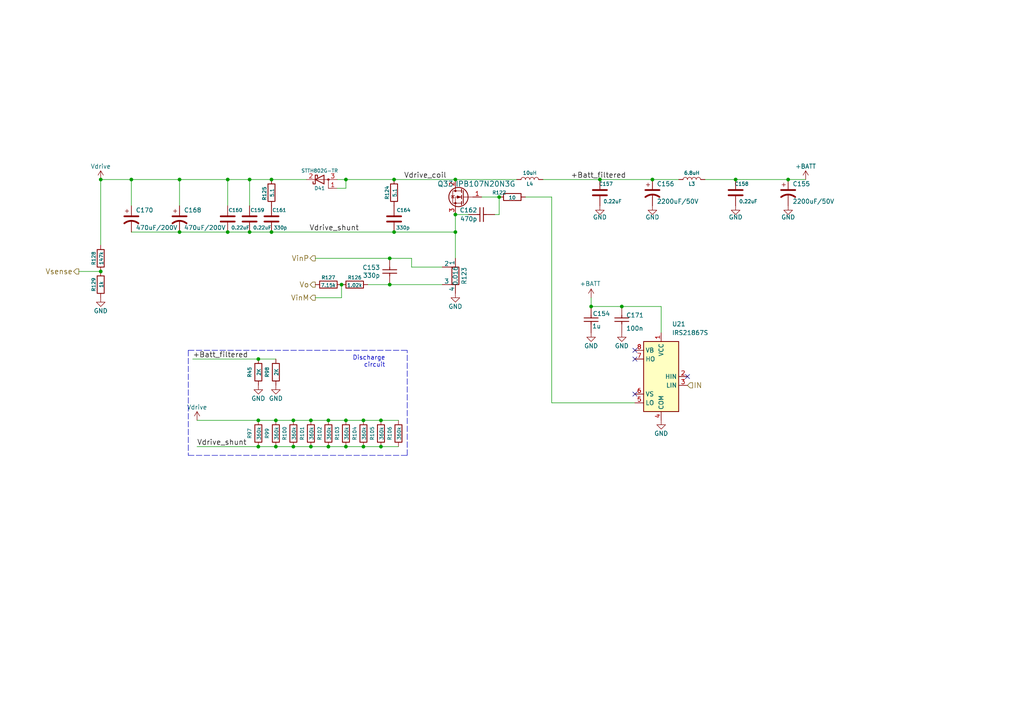
<source format=kicad_sch>
(kicad_sch (version 20250114) (generator "eeschema") (generator_version "9.0")
  (paper "A4")
  (title_block (title "GDI 6ch") (date "2024-10-09") (rev "b") (company "rusEFI.com"))
  (lib_symbols
    (symbol "Device:C" (pin_numbers (hide yes)) (pin_names (offset 0.254))
      (property "Reference" "C" (at 0.635 2.54 0))
      (property "Value" "C" (at 0.635 -2.54 0))
      (symbol "C_0_1"
        (polyline (pts (xy -2.032 0.762) (xy 2.032 0.762)) (stroke (width 0.508)))
        (polyline (pts (xy -2.032 -0.762) (xy 2.032 -0.762)) (stroke (width 0.508)))
      )
      (symbol "C_1_1"
        (pin passive line (at 0 3.81 270) (length 2.794) (name "~") (number "1"))
        (pin passive line (at 0 -3.81 90) (length 2.794) (name "~") (number "2"))
      )
    )
    (symbol "Device:C_Polarized_US" (pin_numbers (hide yes)) (pin_names (offset 0.254) (hide yes))
      (property "Reference" "C" (at 0.635 2.54 0))
      (property "Value" "C_Polarized_US" (at 0.635 -2.54 0))
      (symbol "C_Polarized_US_0_1"
        (polyline (pts (xy -2.032 0.762) (xy 2.032 0.762)) (stroke (width 0.508)))
        (polyline (pts (xy -1.778 2.286) (xy -0.762 2.286)))
        (polyline (pts (xy -1.27 1.778) (xy -1.27 2.794)))
        (arc (start -2.032 -1.27) (mid 0 -0.5572) (end 2.032 -1.27) (stroke (width 0.508)))
      )
      (symbol "C_Polarized_US_1_1"
        (pin passive line (at 0 3.81 270) (length 2.794) (name "~") (number "1"))
        (pin passive line (at 0 -3.81 90) (length 3.302) (name "~") (number "2"))
      )
    )
    (symbol "Device:D_Schottky_AKA" (pin_names (offset 0) (hide yes))
      (property "Reference" "D" (at 0 2.54 0))
      (property "Value" "D_Schottky_AKA" (at 0 -2.54 0))
      (symbol "D_Schottky_AKA_0_1"
        (polyline (pts (xy -1.905 0.635) (xy -1.905 1.27) (xy -1.27 1.27) (xy -1.27 -1.27) (xy -0.635 -1.27) (xy -0.635 -0.635)) (stroke (width 0.254)))
        (polyline (pts (xy 1.27 1.27) (xy 1.27 -1.27) (xy -1.27 0) (xy 1.27 1.27)) (stroke (width 0.254)))
        (circle (center 2.54 0) (radius 0.254) (fill (type outline)))
        (polyline (pts (xy 3.81 2.54) (xy 2.54 2.54) (xy 2.54 0) (xy -1.27 0)))
      )
      (symbol "D_Schottky_AKA_1_1"
        (pin passive line (at -3.81 0 0) (length 2.54) (name "K") (number "2"))
        (pin input line (at 5.08 2.54 180) (length 2.54) (name "A") (number "1"))
        (pin passive line (at 5.08 0 180) (length 2.54) (name "A") (number "3"))
      )
    )
    (symbol "Device:L" (pin_numbers (hide yes)) (pin_names (offset 1.016) (hide yes))
      (property "Reference" "L" (at -1.27 0 90))
      (property "Value" "L" (at 1.905 0 90))
      (symbol "L_0_1"
        (arc (start 0 2.54) (mid 0.6323 1.905) (end 0 1.27))
        (arc (start 0 1.27) (mid 0.6323 0.635) (end 0 0))
        (arc (start 0 0) (mid 0.6323 -0.635) (end 0 -1.27))
        (arc (start 0 -1.27) (mid 0.6323 -1.905) (end 0 -2.54))
      )
      (symbol "L_1_1"
        (pin passive line (at 0 3.81 270) (length 1.27) (name "1") (number "1"))
        (pin passive line (at 0 -3.81 90) (length 1.27) (name "2") (number "2"))
      )
    )
    (symbol "Device:Q_NMOS_GDS" (pin_names (offset 0) (hide yes))
      (property "Reference" "Q" (at 5.08 1.27 0))
      (property "Value" "Q_NMOS_GDS" (at 5.08 -1.27 0))
      (symbol "Q_NMOS_GDS_0_1"
        (polyline (pts (xy 0.254 1.905) (xy 0.254 -1.905)) (stroke (width 0.254)))
        (polyline (pts (xy 0.254 0) (xy -2.54 0)))
        (polyline (pts (xy 0.762 2.286) (xy 0.762 1.27)) (stroke (width 0.254)))
        (polyline (pts (xy 0.762 0.508) (xy 0.762 -0.508)) (stroke (width 0.254)))
        (polyline (pts (xy 0.762 -1.27) (xy 0.762 -2.286)) (stroke (width 0.254)))
        (polyline (pts (xy 0.762 -1.778) (xy 3.302 -1.778) (xy 3.302 1.778) (xy 0.762 1.778)))
        (polyline (pts (xy 1.016 0) (xy 2.032 0.381) (xy 2.032 -0.381) (xy 1.016 0)) (fill (type outline)))
        (circle (center 1.651 0) (radius 2.794) (stroke (width 0.254)))
        (polyline (pts (xy 2.54 2.54) (xy 2.54 1.778)))
        (circle (center 2.54 1.778) (radius 0.254) (fill (type outline)))
        (circle (center 2.54 -1.778) (radius 0.254) (fill (type outline)))
        (polyline (pts (xy 2.54 -2.54) (xy 2.54 0) (xy 0.762 0)))
        (polyline (pts (xy 2.794 0.508) (xy 2.921 0.381) (xy 3.683 0.381) (xy 3.81 0.254)))
        (polyline (pts (xy 3.302 0.381) (xy 2.921 -0.254) (xy 3.683 -0.254) (xy 3.302 0.381)))
      )
      (symbol "Q_NMOS_GDS_1_1"
        (pin input line (at -5.08 0 0) (length 2.54) (name "G") (number "1"))
        (pin passive line (at 2.54 5.08 270) (length 2.54) (name "D") (number "2"))
        (pin passive line (at 2.54 -5.08 90) (length 2.54) (name "S") (number "3"))
      )
    )
    (symbol "Device:R" (pin_numbers (hide yes)) (pin_names (offset 0))
      (property "Reference" "R" (at 2.032 0 90))
      (property "Value" "R" (at 0 0 90))
      (symbol "R_0_1"
        (rectangle (start -1.016 -2.54) (end 1.016 2.54) (stroke (width 0.254)))
      )
      (symbol "R_1_1"
        (pin passive line (at 0 3.81 270) (length 1.27) (name "~") (number "1"))
        (pin passive line (at 0 -3.81 90) (length 1.27) (name "~") (number "2"))
      )
    )
    (symbol "Device:R_Shunt" (pin_numbers (hide yes)) (pin_names (offset 0))
      (property "Reference" "R" (at -4.445 0 90))
      (property "Value" "R_Shunt" (at -2.54 0 90))
      (symbol "R_Shunt_0_1"
        (rectangle (start -1.016 -2.54) (end 1.016 2.54) (stroke (width 0.254)))
        (polyline (pts (xy 0 -2.54) (xy 1.27 -2.54)))
        (polyline (pts (xy 1.27 2.54) (xy 0 2.54)))
      )
      (symbol "R_Shunt_1_1"
        (pin passive line (at 0 5.08 270) (length 2.54) (name "1") (number "1"))
        (pin passive line (at 0 -5.08 90) (length 2.54) (name "4") (number "4"))
        (pin passive line (at 3.81 2.54 180) (length 2.54) (name "2") (number "2"))
        (pin passive line (at 3.81 -2.54 180) (length 2.54) (name "3") (number "3"))
      )
    )
    (symbol "Driver_FET:IRS21867S"
      (property "Reference" "U" (at 1.27 13.335 0))
      (property "Value" "IRS21867S" (at 1.27 11.43 0))
      (symbol "IRS21867S_0_1"
        (rectangle (start -5.08 -10.16) (end 5.08 10.16) (stroke (width 0.254)) (fill (type background)))
      )
      (symbol "IRS21867S_1_1"
        (pin input line (at -7.62 0 0) (length 2.54) (name "HIN") (number "2"))
        (pin input line (at -7.62 -2.54 0) (length 2.54) (name "LIN") (number "3"))
        (pin power_in line (at 0 12.7 270) (length 2.54) (name "VCC") (number "1"))
        (pin power_in line (at 0 -12.7 90) (length 2.54) (name "COM") (number "4"))
        (pin passive line (at 7.62 7.62 180) (length 2.54) (name "VB") (number "8"))
        (pin output line (at 7.62 5.08 180) (length 2.54) (name "HO") (number "7"))
        (pin passive line (at 7.62 -5.08 180) (length 2.54) (name "VS") (number "6"))
        (pin output line (at 7.62 -7.62 180) (length 2.54) (name "LO") (number "5"))
      )
    )
    (symbol "hellen-one-common:Cap" (pin_numbers (hide yes))
      (property "Reference" "C" (at -3.81 2.54 0))
      (property "Value" "Cap" (at -2.54 -1.27 0))
      (symbol "Cap_1_0"
        (polyline (pts (xy -1.27 0) (xy -0.508 0)) (stroke (width 0.254)))
        (polyline (pts (xy -0.508 -2.032) (xy -0.508 2.032)) (stroke (width 0.254)))
        (polyline (pts (xy 0.508 2.032) (xy 0.508 -2.032)) (stroke (width 0.254)))
        (polyline (pts (xy 1.27 0) (xy 0.508 0)) (stroke (width 0.254)))
        (pin passive line (at -3.81 0 0) (length 2.54) (name "") (number "1"))
        (pin passive line (at 3.81 0 180) (length 2.54) (name "") (number "2"))
      )
    )
    (symbol "power:+BATT" (power) (pin_names (offset 0))
      (property "Value" "+BATT" (at 0 3.556 0))
      (symbol "+BATT_0_1"
        (polyline (pts (xy -0.762 1.27) (xy 0 2.54)))
        (polyline (pts (xy 0 2.54) (xy 0.762 1.27)))
        (polyline (pts (xy 0 0) (xy 0 2.54)))
      )
      (symbol "+BATT_1_1"
        (pin power_in line (at 0 0 90) (length 0) (hide yes) (name "+BATT") (number "1"))
      )
    )
    (symbol "power:GND" (power) (pin_names (offset 0))
      (property "Value" "GND" (at 0 -3.81 0))
      (symbol "GND_0_1"
        (polyline (pts (xy 0 0) (xy 0 -1.27) (xy 1.27 -1.27) (xy 0 -2.54) (xy -1.27 -1.27) (xy 0 -1.27)))
      )
      (symbol "GND_1_1"
        (pin power_in line (at 0 0 270) (length 0) (hide yes) (name "GND") (number "1"))
      )
    )
    (symbol "power:Vdrive" (power) (pin_names (offset 0))
      (property "Value" "Vdrive" (at 0 3.81 0))
      (symbol "Vdrive_0_1"
        (polyline (pts (xy -0.762 1.27) (xy 0 2.54)))
        (polyline (pts (xy 0 2.54) (xy 0.762 1.27)))
        (polyline (pts (xy 0 0) (xy 0 2.54)))
      )
      (symbol "Vdrive_1_1"
        (pin power_in line (at 0 0 90) (length 0) (hide yes) (name "Vdrive") (number "1"))
      )
    )
  )
  (text "Discharge\ncircuit" (at 111.76 106.68 0) (effects (font (size 1.27 1.27)) (justify right bottom)))
  (junction (at 80.01 129.54))
  (junction (at 29.21 52.07))
  (junction (at 90.17 121.92))
  (junction (at 100.33 121.92))
  (junction (at 105.41 129.54))
  (junction (at 132.08 52.07))
  (junction (at 228.6 52.07))
  (junction (at 173.99 52.07))
  (junction (at 100.33 52.07))
  (junction (at 144.78 57.15))
  (junction (at 80.01 121.92))
  (junction (at 105.41 121.92))
  (junction (at 85.09 121.92))
  (junction (at 189.23 52.07))
  (junction (at 66.04 52.07))
  (junction (at 29.21 78.74))
  (junction (at 90.17 129.54))
  (junction (at 74.93 104.14))
  (junction (at 38.1 52.07))
  (junction (at 180.34 88.9))
  (junction (at 132.08 62.23))
  (junction (at 113.03 82.55))
  (junction (at 78.74 67.31))
  (junction (at 114.3 67.31))
  (junction (at 114.3 52.07))
  (junction (at 74.93 129.54))
  (junction (at 78.74 52.07))
  (junction (at 95.25 129.54))
  (junction (at 99.06 82.55))
  (junction (at 171.45 88.9))
  (junction (at 52.07 67.31))
  (junction (at 110.49 129.54))
  (junction (at 85.09 129.54))
  (junction (at 132.08 67.31))
  (junction (at 113.03 74.93))
  (junction (at 213.36 52.07))
  (junction (at 52.07 52.07))
  (junction (at 66.04 67.31))
  (junction (at 95.25 121.92))
  (junction (at 72.39 67.31))
  (junction (at 100.33 129.54))
  (junction (at 74.93 121.92))
  (junction (at 110.49 121.92))
  (junction (at 72.39 52.07))
  (no_connect (at 199.39 109.22))
  (no_connect (at 184.15 104.14))
  (no_connect (at 184.15 114.3))
  (no_connect (at 184.15 101.6))
  (wire (pts (xy 189.23 52.07) (xy 173.99 52.07)))
  (wire (pts (xy 78.74 67.31) (xy 114.3 67.31)))
  (wire (pts (xy 85.09 121.92) (xy 90.17 121.92)))
  (wire (pts (xy 106.68 82.55) (xy 113.03 82.55)))
  (wire (pts (xy 29.21 52.07) (xy 29.21 71.12)))
  (wire (pts (xy 128.27 77.47) (xy 119.38 77.47)))
  (wire (pts (xy 57.15 129.54) (xy 74.93 129.54)))
  (wire (pts (xy 228.6 52.07) (xy 213.36 52.07)))
  (wire (pts (xy 171.45 88.9) (xy 171.45 86.36)))
  (wire (pts (xy 72.39 67.31) (xy 66.04 67.31)))
  (wire (pts (xy 100.33 52.07) (xy 97.79 52.07)))
  (wire (pts (xy 114.3 67.31) (xy 132.08 67.31)))
  (wire (pts (xy 29.21 52.07) (xy 38.1 52.07)))
  (wire (pts (xy 233.68 52.07) (xy 228.6 52.07)))
  (wire (pts (xy 213.36 52.07) (xy 204.47 52.07)))
  (wire (pts (xy 113.03 74.93) (xy 119.38 74.93)))
  (wire (pts (xy 80.01 129.54) (xy 85.09 129.54)))
  (wire (pts (xy 95.25 129.54) (xy 100.33 129.54)))
  (wire (pts (xy 132.08 52.07) (xy 114.3 52.07)))
  (wire (pts (xy 52.07 67.31) (xy 66.04 67.31)))
  (wire (pts (xy 99.06 86.36) (xy 99.06 82.55)))
  (wire (pts (xy 80.01 121.92) (xy 85.09 121.92)))
  (wire (pts (xy 95.25 121.92) (xy 100.33 121.92)))
  (wire (pts (xy 74.93 104.14) (xy 80.01 104.14)))
  (wire (pts (xy 119.38 77.47) (xy 119.38 74.93)))
  (wire (pts (xy 52.07 52.07) (xy 52.07 59.69)))
  (wire (pts (xy 52.07 67.31) (xy 38.1 67.31)))
  (wire (pts (xy 72.39 52.07) (xy 72.39 59.69)))
  (polyline (pts (xy 54.61 101.6) (xy 118.11 101.6)) (stroke (width 0) (type dash)))
  (wire (pts (xy 74.93 104.14) (xy 55.88 104.14)))
  (wire (pts (xy 149.86 52.07) (xy 132.08 52.07)))
  (wire (pts (xy 144.78 62.23) (xy 143.51 62.23)))
  (polyline (pts (xy 54.61 132.08) (xy 118.11 132.08)) (stroke (width 0) (type dash)))
  (wire (pts (xy 160.02 57.15) (xy 152.4 57.15)))
  (wire (pts (xy 105.41 121.92) (xy 110.49 121.92)))
  (wire (pts (xy 52.07 52.07) (xy 66.04 52.07)))
  (wire (pts (xy 191.77 88.9) (xy 191.77 96.52)))
  (wire (pts (xy 74.93 129.54) (xy 80.01 129.54)))
  (wire (pts (xy 66.04 52.07) (xy 72.39 52.07)))
  (polyline (pts (xy 54.61 101.6) (xy 54.61 132.08)) (stroke (width 0) (type dash)))
  (wire (pts (xy 180.34 88.9) (xy 191.77 88.9)))
  (wire (pts (xy 22.86 78.74) (xy 29.21 78.74)))
  (wire (pts (xy 173.99 52.07) (xy 157.48 52.07)))
  (wire (pts (xy 132.08 67.31) (xy 132.08 74.93)))
  (wire (pts (xy 135.89 62.23) (xy 132.08 62.23)))
  (wire (pts (xy 196.85 52.07) (xy 189.23 52.07)))
  (wire (pts (xy 132.08 62.23) (xy 132.08 67.31)))
  (wire (pts (xy 78.74 52.07) (xy 72.39 52.07)))
  (wire (pts (xy 97.79 54.61) (xy 100.33 54.61)))
  (wire (pts (xy 114.3 52.07) (xy 100.33 52.07)))
  (wire (pts (xy 91.44 74.93) (xy 113.03 74.93)))
  (wire (pts (xy 110.49 121.92) (xy 115.57 121.92)))
  (wire (pts (xy 144.78 57.15) (xy 139.7 57.15)))
  (wire (pts (xy 74.93 121.92) (xy 80.01 121.92)))
  (wire (pts (xy 91.44 86.36) (xy 99.06 86.36)))
  (wire (pts (xy 100.33 54.61) (xy 100.33 52.07)))
  (wire (pts (xy 100.33 129.54) (xy 105.41 129.54)))
  (wire (pts (xy 38.1 52.07) (xy 38.1 59.69)))
  (wire (pts (xy 105.41 129.54) (xy 110.49 129.54)))
  (wire (pts (xy 113.03 82.55) (xy 128.27 82.55)))
  (wire (pts (xy 171.45 88.9) (xy 180.34 88.9)))
  (wire (pts (xy 88.9 52.07) (xy 78.74 52.07)))
  (wire (pts (xy 100.33 121.92) (xy 105.41 121.92)))
  (wire (pts (xy 184.15 116.84) (xy 160.02 116.84)))
  (wire (pts (xy 57.15 121.92) (xy 74.93 121.92)))
  (wire (pts (xy 90.17 129.54) (xy 95.25 129.54)))
  (wire (pts (xy 144.78 57.15) (xy 144.78 62.23)))
  (wire (pts (xy 90.17 121.92) (xy 95.25 121.92)))
  (wire (pts (xy 160.02 116.84) (xy 160.02 57.15)))
  (wire (pts (xy 38.1 52.07) (xy 52.07 52.07)))
  (wire (pts (xy 85.09 129.54) (xy 90.17 129.54)))
  (wire (pts (xy 72.39 67.31) (xy 78.74 67.31)))
  (polyline (pts (xy 118.11 132.08) (xy 118.11 101.6)) (stroke (width 0) (type dash)))
  (wire (pts (xy 110.49 129.54) (xy 115.57 129.54)))
  (wire (pts (xy 66.04 52.07) (xy 66.04 59.69)))
  (label "+Batt_filtered" (at 55.88 104.14 0) (effects (font (size 1.524 1.524))))
  (label "Vdrive_shunt" (at 57.15 129.54 0) (effects (font (size 1.524 1.524))))
  (label "Vdrive_shunt" (at 104.14 67.31 180) (effects (font (size 1.524 1.524))))
  (label "Vdrive_coil" (at 129.54 52.07 180) (effects (font (size 1.524 1.524))))
  (label "+Batt_filtered" (at 181.61 52.07 180) (effects (font (size 1.524 1.524))))
  (hierarchical_label "Vo" (shape output) (at 91.44 82.55 180) (effects (font (size 1.524 1.524))))
  (hierarchical_label "VinP" (shape output) (at 91.44 74.93 180) (effects (font (size 1.524 1.524))))
  (hierarchical_label "IN" (shape input) (at 199.39 111.76 0) (effects (font (size 1.524 1.524))))
  (hierarchical_label "VinM" (shape output) (at 91.44 86.36 180) (effects (font (size 1.524 1.524))))
  (hierarchical_label "Vsense" (shape output) (at 22.86 78.74 180) (effects (font (size 1.524 1.524))))
  (symbol (lib_id "Device:R") (at 148.59 57.15 90) (mirror x) (unit 1)
    (property "Reference" "R122" (at 144.78 55.88 90) (effects (font (size 1.016 1.016))))
    (property "Value" "10" (at 148.5646 57.3278 90) (effects (font (size 1.016 1.016))))
    (property "Footprint" "Resistor_SMD:R_0603_1608Metric" (effects (hide yes)))
    (property "LCSC" "C22859" (effects (hide yes)))
  )
  (symbol (lib_id "Device:L") (at 200.66 52.07 270) (mirror x) (unit 1)
    (property "Reference" "L3" (at 200.66 53.34 90) (effects (font (size 1.016 1.016))))
    (property "Value" "6.8uH" (at 200.66 50.165 90) (effects (font (size 1.016 1.016))))
    (property "Footprint" "Inductor_SMD:L_Changjiang_FXL1360" (effects (hide yes)))
    (property "LCSC" "C7471128" (effects (hide yes)))
  )
  (symbol (lib_id "Device:R") (at 85.09 125.73 0) (unit 1)
    (property "Reference" "R100" (at 82.55 125.73 90) (effects (font (size 1.016 1.016))))
    (property "Value" "360k" (at 85.2678 125.7046 90) (effects (font (size 1.016 1.016))))
    (property "Footprint" "Resistor_SMD:R_0805_2012Metric" (effects (hide yes)))
    (property "LCSC" "C17645" (effects (hide yes)))
  )
  (symbol (lib_id "power:GND") (at 173.99 59.69 0) (mirror y) (unit 1)
    (property "Reference" "#PWR0225" (effects (hide yes)))
    (property "Value" "GND" (at 173.99 62.992 0))
  )
  (symbol (lib_id "Device:Q_NMOS_GDS") (at 134.62 57.15 0) (mirror y) (unit 1)
    (property "Reference" "Q33" (at 131.572 53.34 0) (effects (font (size 1.524 1.524)) (justify left)))
    (property "Value" "IPB107N20N3G" (at 132.08 53.34 0) (effects (font (size 1.524 1.524)) (justify right)))
    (property "Footprint" "Package_TO_SOT_SMD:TO-263-2" (effects (hide yes)))
    (property "LCSC" "C444895" (effects (hide yes)))
  )
  (symbol (lib_id "power:GND") (at 180.34 96.52 0) (unit 1)
    (property "Reference" "#PWR0228" (effects (hide yes)))
    (property "Value" "GND" (at 180.34 100.33 0))
  )
  (symbol (lib_id "Device:C") (at 72.39 63.5 0) (mirror y) (unit 1)
    (property "Reference" "C159" (at 76.708 60.96 0) (effects (font (size 1.016 1.016)) (justify left)))
    (property "Value" "0.22uF" (at 78.74 66.04 0) (effects (font (size 1.016 1.016)) (justify left)))
    (property "Footprint" "Capacitor_SMD:C_1206_3216Metric" (effects (hide yes)))
    (property "LCSC" "C106048" (effects (hide yes)))
  )
  (symbol (lib_id "power:GND") (at 74.93 111.76 0) (unit 1)
    (property "Reference" "#PWR059" (effects (hide yes)))
    (property "Value" "GND" (at 74.93 115.57 0))
  )
  (symbol (lib_id "power:GND") (at 189.23 59.69 0) (mirror y) (unit 1)
    (property "Reference" "#PWR0221" (effects (hide yes)))
    (property "Value" "GND" (at 189.23 62.992 0))
  )
  (symbol (lib_id "Device:R_Shunt") (at 132.08 80.01 0) (mirror y) (unit 1)
    (property "Reference" "R123" (at 134.62 80.01 90))
    (property "Value" "0.016" (at 132.08 80.01 90))
    (property "Footprint" "Resistor_SMD:R_Shunt_Vishay_WSK2512_6332Metric_T1.19mm" (effects (hide yes)))
    (property "LCSC" "C915978" (effects (hide yes)))
  )
  (symbol (lib_id "Device:R") (at 115.57 125.73 0) (unit 1)
    (property "Reference" "R106" (at 113.03 125.73 90) (effects (font (size 1.016 1.016))))
    (property "Value" "360k" (at 115.7478 125.7046 90) (effects (font (size 1.016 1.016))))
    (property "Footprint" "Resistor_SMD:R_0805_2012Metric" (effects (hide yes)))
    (property "LCSC" "C17645" (effects (hide yes)))
  )
  (symbol (lib_id "Device:C_Polarized_US") (at 228.6 55.88 0) (unit 1)
    (property "Reference" "C155" (at 229.87 53.34 0) (effects (justify left)))
    (property "Value" "2200uF/50V" (at 229.87 58.42 0) (effects (justify left)))
    (property "Footprint" "Capacitor_THT:CP_Radial_D18.0mm_P7.50mm" (effects (hide yes)))
    (property "LCSC" "C106661" (effects (hide yes)))
  )
  (symbol (lib_id "Device:R") (at 110.49 125.73 0) (unit 1)
    (property "Reference" "R105" (at 107.95 125.73 90) (effects (font (size 1.016 1.016))))
    (property "Value" "360k" (at 110.6678 125.7046 90) (effects (font (size 1.016 1.016))))
    (property "Footprint" "Resistor_SMD:R_0805_2012Metric" (effects (hide yes)))
    (property "LCSC" "C17645" (effects (hide yes)))
  )
  (symbol (lib_id "Device:C") (at 213.36 55.88 0) (mirror y) (unit 1)
    (property "Reference" "C158" (at 217.17 53.34 0) (effects (font (size 1.016 1.016)) (justify left)))
    (property "Value" "0.22uF" (at 219.71 58.42 0) (effects (font (size 1.016 1.016)) (justify left)))
    (property "Footprint" "Capacitor_SMD:C_1206_3216Metric" (effects (hide yes)))
    (property "LCSC" "C106048" (effects (hide yes)))
  )
  (symbol (lib_id "Device:C") (at 78.74 63.5 0) (mirror y) (unit 1)
    (property "Reference" "C161" (at 83.058 60.96 0) (effects (font (size 1.016 1.016)) (justify left)))
    (property "Value" "330p" (at 83.312 66.04 0) (effects (font (size 1.016 1.016)) (justify left)))
    (property "Footprint" "Capacitor_SMD:C_0805_2012Metric" (effects (hide yes)))
    (property "LCSC" "C113837" (effects (hide yes)))
  )
  (symbol (lib_id "Device:R") (at 80.01 125.73 0) (unit 1)
    (property "Reference" "R99" (at 77.47 125.73 90) (effects (font (size 1.016 1.016))))
    (property "Value" "360k" (at 80.1878 125.7046 90) (effects (font (size 1.016 1.016))))
    (property "Footprint" "Resistor_SMD:R_0805_2012Metric" (effects (hide yes)))
    (property "LCSC" "C17645" (effects (hide yes)))
  )
  (symbol (lib_id "Driver_FET:IRS21867S") (at 191.77 109.22 0) (mirror y) (unit 1)
    (property "Reference" "U21" (at 194.8881 93.98 0) (effects (justify right)))
    (property "Value" "IRS21867S" (at 194.8881 96.52 0) (effects (justify right)))
    (property "Footprint" "Package_SO:SOIC-8_3.9x4.9mm_P1.27mm" (effects (hide yes)))
    (property "Datasheet" "http://www.infineon.com/dgdl/irs21867spbf.pdf?fileId=5546d462533600a4015356770e8327eb" (effects (hide yes)))
    (property "Description" "High and Low Side Driver, 600V, 4.0/4.0A, SOIC-8" (effects (hide yes)))
    (property "LCSC" "C52290" (effects (hide yes)))
  )
  (symbol (lib_id "Device:C") (at 66.04 63.5 0) (mirror y) (unit 1)
    (property "Reference" "C160" (at 70.358 60.96 0) (effects (font (size 1.016 1.016)) (justify left)))
    (property "Value" "0.22uF" (at 72.39 66.04 0) (effects (font (size 1.016 1.016)) (justify left)))
    (property "Footprint" "Capacitor_SMD:C_1206_3216Metric" (effects (hide yes)))
    (property "LCSC" "C106048" (effects (hide yes)))
  )
  (symbol (lib_id "power:GND") (at 132.08 85.09 0) (unit 1)
    (property "Reference" "#PWR0216" (effects (hide yes)))
    (property "Value" "GND" (at 132.08 88.9 0))
  )
  (symbol (lib_id "Device:C") (at 173.99 55.88 0) (mirror y) (unit 1)
    (property "Reference" "C157" (at 177.8 53.34 0) (effects (font (size 1.016 1.016)) (justify left)))
    (property "Value" "0.22uF" (at 180.34 58.42 0) (effects (font (size 1.016 1.016)) (justify left)))
    (property "Footprint" "Capacitor_SMD:C_1206_3216Metric" (effects (hide yes)))
    (property "LCSC" "C106048" (effects (hide yes)))
  )
  (symbol (lib_id "power:GND") (at 191.77 121.92 0) (unit 1)
    (property "Reference" "#PWR0229" (effects (hide yes)))
    (property "Value" "GND" (at 191.77 125.73 0))
  )
  (symbol (lib_id "power:+BATT") (at 171.45 86.36 0) (unit 1)
    (property "Reference" "#PWR0226" (effects (hide yes)))
    (property "Value" "+BATT" (at 171.196 82.296 0))
  )
  (symbol (lib_id "Device:L") (at 153.67 52.07 270) (mirror x) (unit 1)
    (property "Reference" "L4" (at 153.67 53.34 90) (effects (font (size 1.016 1.016))))
    (property "Value" "10uH" (at 153.67 50.165 90) (effects (font (size 1.016 1.016))))
    (property "Footprint" "Inductor_SMD:L_Changjiang_FXL2213" (effects (hide yes)))
    (property "LCSC" "C22378757" (effects (hide yes)))
  )
  (symbol (lib_id "Device:R") (at 95.25 125.73 0) (unit 1)
    (property "Reference" "R102" (at 92.71 125.73 90) (effects (font (size 1.016 1.016))))
    (property "Value" "360k" (at 95.4278 125.7046 90) (effects (font (size 1.016 1.016))))
    (property "Footprint" "Resistor_SMD:R_0805_2012Metric" (effects (hide yes)))
    (property "LCSC" "C17645" (effects (hide yes)))
  )
  (symbol (lib_id "power:GND") (at 213.36 59.69 0) (mirror y) (unit 1)
    (property "Reference" "#PWR0220" (effects (hide yes)))
    (property "Value" "GND" (at 213.36 62.992 0))
  )
  (symbol (lib_id "hellen-one-common:Cap") (at 113.03 78.74 270) (mirror x) (unit 1)
    (property "Reference" "C153" (at 110.2359 77.5906 90) (effects (justify right)))
    (property "Value" "330p" (at 110.2359 79.8893 90) (effects (justify right)))
    (property "Footprint" "hellen-one-common:C0603" (effects (hide yes)))
    (property "LCSC" "C576850" (effects (hide yes)))
  )
  (symbol (lib_id "Device:R") (at 74.93 107.95 0) (unit 1)
    (property "Reference" "R45" (at 72.39 107.95 90) (effects (font (size 1.016 1.016))))
    (property "Value" "2K" (at 75.1078 107.9246 90) (effects (font (size 1.016 1.016))))
    (property "Footprint" "Resistor_SMD:R_1206_3216Metric" (effects (hide yes)))
    (property "LCSC" "C17944" (effects (hide yes)))
  )
  (symbol (lib_id "Device:C_Polarized_US") (at 38.1 63.5 0) (unit 1)
    (property "Reference" "C170" (at 39.37 60.96 0) (effects (justify left)))
    (property "Value" "470uF/200V" (at 39.37 66.04 0) (effects (justify left)))
    (property "Footprint" "Capacitor_THT:CP_Radial_D18.0mm_P7.50mm" (effects (hide yes)))
    (property "LCSC" "C160144" (effects (hide yes)))
  )
  (symbol (lib_id "Device:R") (at 105.41 125.73 0) (unit 1)
    (property "Reference" "R104" (at 102.87 125.73 90) (effects (font (size 1.016 1.016))))
    (property "Value" "360k" (at 105.5878 125.7046 90) (effects (font (size 1.016 1.016))))
    (property "Footprint" "Resistor_SMD:R_0805_2012Metric" (effects (hide yes)))
    (property "LCSC" "C17645" (effects (hide yes)))
  )
  (symbol (lib_id "hellen-one-common:Cap") (at 139.7 62.23 0) (mirror x) (unit 1)
    (property "Reference" "C162" (at 138.43 60.96 0) (effects (justify right)))
    (property "Value" "470p" (at 138.43 63.5 0) (effects (justify right)))
    (property "Footprint" "hellen-one-common:C0603" (effects (hide yes)))
    (property "LCSC" "C326973" (effects (hide yes)))
  )
  (symbol (lib_id "Device:R") (at 78.74 55.88 0) (mirror x) (unit 1)
    (property "Reference" "R125" (at 76.708 56.134 90) (effects (font (size 1.016 1.016))))
    (property "Value" "5.1" (at 78.9178 55.9054 90) (effects (font (size 1.016 1.016))))
    (property "Footprint" "Resistor_SMD:R_0603_1608Metric" (effects (hide yes)))
    (property "LCSC" "C25197" (effects (hide yes)))
  )
  (symbol (lib_id "Device:R") (at 100.33 125.73 0) (unit 1)
    (property "Reference" "R103" (at 97.79 125.73 90) (effects (font (size 1.016 1.016))))
    (property "Value" "360k" (at 100.5078 125.7046 90) (effects (font (size 1.016 1.016))))
    (property "Footprint" "Resistor_SMD:R_0805_2012Metric" (effects (hide yes)))
    (property "LCSC" "C17645" (effects (hide yes)))
  )
  (symbol (lib_id "Device:R") (at 29.21 82.55 0) (unit 1)
    (property "Reference" "R129" (at 27.178 82.55 90) (effects (font (size 1.016 1.016))))
    (property "Value" "1k" (at 29.3878 82.5246 90) (effects (font (size 1.016 1.016))))
    (property "Footprint" "Resistor_SMD:R_0603_1608Metric" (effects (hide yes)))
    (property "LCSC" "C21190" (effects (hide yes)))
  )
  (symbol (lib_id "Device:R") (at 80.01 107.95 0) (unit 1)
    (property "Reference" "R98" (at 77.47 107.95 90) (effects (font (size 1.016 1.016))))
    (property "Value" "2K" (at 80.1878 107.9246 90) (effects (font (size 1.016 1.016))))
    (property "Footprint" "Resistor_SMD:R_1206_3216Metric" (effects (hide yes)))
    (property "LCSC" "C17944" (effects (hide yes)))
  )
  (symbol (lib_id "Device:D_Schottky_AKA") (at 92.71 52.07 0) (mirror x) (unit 1)
    (property "Reference" "D41" (at 92.71 54.61 0) (effects (font (size 1.016 1.016))))
    (property "Value" "STTH802G-TR" (at 92.71 49.53 0) (effects (font (size 1.016 1.016))))
    (property "Footprint" "Package_TO_SOT_SMD:TO-263-2" (effects (hide yes)))
    (property "LCSC" "C181034" (effects (hide yes)))
  )
  (symbol (lib_id "Device:R") (at 95.25 82.55 90) (mirror x) (unit 1)
    (property "Reference" "R127" (at 95.25 80.518 90) (effects (font (size 1.016 1.016))))
    (property "Value" "7.15k" (at 95.2246 82.7278 90) (effects (font (size 1.016 1.016))))
    (property "Footprint" "Resistor_SMD:R_0603_1608Metric" (effects (hide yes)))
    (property "LCSC" "C25980" (effects (hide yes)))
  )
  (symbol (lib_id "power:GND") (at 29.21 86.36 0) (unit 1)
    (property "Reference" "#PWR0218" (effects (hide yes)))
    (property "Value" "GND" (at 29.21 90.17 0))
  )
  (symbol (lib_id "Device:R") (at 114.3 55.88 0) (mirror x) (unit 1)
    (property "Reference" "R124" (at 112.268 55.88 90) (effects (font (size 1.016 1.016))))
    (property "Value" "5.1" (at 114.4778 55.9054 90) (effects (font (size 1.016 1.016))))
    (property "Footprint" "Resistor_SMD:R_0603_1608Metric" (effects (hide yes)))
    (property "LCSC" "C25197" (effects (hide yes)))
  )
  (symbol (lib_id "Device:C") (at 114.3 63.5 0) (mirror y) (unit 1)
    (property "Reference" "C164" (at 119.126 60.96 0) (effects (font (size 1.016 1.016)) (justify left)))
    (property "Value" "330p" (at 118.872 66.04 0) (effects (font (size 1.016 1.016)) (justify left)))
    (property "Footprint" "Capacitor_SMD:C_0805_2012Metric" (effects (hide yes)))
    (property "LCSC" "C113837" (effects (hide yes)))
  )
  (symbol (lib_id "power:GND") (at 80.01 111.76 0) (unit 1)
    (property "Reference" "#PWR071" (effects (hide yes)))
    (property "Value" "GND" (at 80.01 115.57 0))
  )
  (symbol (lib_id "power:GND") (at 171.45 96.52 0) (unit 1)
    (property "Reference" "#PWR0227" (effects (hide yes)))
    (property "Value" "GND" (at 171.45 100.33 0))
  )
  (symbol (lib_id "Device:R") (at 29.21 74.93 0) (unit 1)
    (property "Reference" "R128" (at 27.178 74.93 90) (effects (font (size 1.016 1.016))))
    (property "Value" "147k" (at 29.3878 74.9046 90) (effects (font (size 1.016 1.016))))
    (property "Footprint" "Resistor_SMD:R_0603_1608Metric" (effects (hide yes)))
    (property "LCSC" "C22878" (effects (hide yes)))
  )
  (symbol (lib_id "Device:C_Polarized_US") (at 52.07 63.5 0) (unit 1)
    (property "Reference" "C168" (at 53.34 60.96 0) (effects (justify left)))
    (property "Value" "470uF/200V" (at 53.34 66.04 0) (effects (justify left)))
    (property "Footprint" "Capacitor_THT:CP_Radial_D18.0mm_P7.50mm" (effects (hide yes)))
    (property "LCSC" "C160144" (effects (hide yes)))
  )
  (symbol (lib_id "Device:R") (at 102.87 82.55 90) (mirror x) (unit 1)
    (property "Reference" "R126" (at 102.87 80.518 90) (effects (font (size 1.016 1.016))))
    (property "Value" "1.02k" (at 102.8446 82.7278 90) (effects (font (size 1.016 1.016))))
    (property "Footprint" "Resistor_SMD:R_0603_1608Metric" (effects (hide yes)))
    (property "LCSC" "C22831" (effects (hide yes)))
  )
  (symbol (lib_id "hellen-one-common:Cap") (at 171.45 92.71 90) (unit 1)
    (property "Reference" "C154" (at 171.8792 90.9753 90) (effects (justify right)))
    (property "Value" "1u" (at 171.7565 94.5931 90) (effects (justify right)))
    (property "Footprint" "hellen-one-common:C0603" (effects (hide yes)))
    (property "LCSC" "C15849" (effects (hide yes)))
  )
  (symbol (lib_id "power:GND") (at 228.6 59.69 0) (mirror y) (unit 1)
    (property "Reference" "#PWR0214" (effects (hide yes)))
    (property "Value" "GND" (at 228.6 62.992 0))
  )
  (symbol (lib_id "hellen-one-common:Cap") (at 180.34 92.71 90) (unit 1)
    (property "Reference" "C171" (at 181.61 91.44 90) (effects (justify right)))
    (property "Value" "100n" (at 181.61 95.25 90) (effects (justify right)))
    (property "Footprint" "hellen-one-common:C0603" (effects (hide yes)))
    (property "LCSC" "C14663" (effects (hide yes)))
  )
  (symbol (lib_id "power:+BATT") (at 233.68 52.07 0) (mirror y) (unit 1)
    (property "Reference" "#PWR0215" (effects (hide yes)))
    (property "Value" "+BATT" (at 233.68 48.26 0))
  )
  (symbol (lib_id "Device:R") (at 74.93 125.73 0) (unit 1)
    (property "Reference" "R97" (at 72.39 125.73 90) (effects (font (size 1.016 1.016))))
    (property "Value" "360k" (at 75.1078 125.7046 90) (effects (font (size 1.016 1.016))))
    (property "Footprint" "Resistor_SMD:R_0805_2012Metric" (effects (hide yes)))
    (property "LCSC" "C17645" (effects (hide yes)))
  )
  (symbol (lib_id "Device:C_Polarized_US") (at 189.23 55.88 0) (unit 1)
    (property "Reference" "C156" (at 190.5 53.34 0) (effects (justify left)))
    (property "Value" "2200uF/50V" (at 190.5 58.42 0) (effects (justify left)))
    (property "Footprint" "Capacitor_THT:CP_Radial_D18.0mm_P7.50mm" (effects (hide yes)))
    (property "LCSC" "C106661" (effects (hide yes)))
  )
  (symbol (lib_id "Device:R") (at 90.17 125.73 0) (unit 1)
    (property "Reference" "R101" (at 87.63 125.73 90) (effects (font (size 1.016 1.016))))
    (property "Value" "360k" (at 90.3478 125.7046 90) (effects (font (size 1.016 1.016))))
    (property "Footprint" "Resistor_SMD:R_0805_2012Metric" (effects (hide yes)))
    (property "LCSC" "C17645" (effects (hide yes)))
  )
  (symbol (lib_id "power:Vdrive") (at 29.21 52.07 0) (mirror y) (unit 1)
    (property "Reference" "#PWR0217" (effects (hide yes)))
    (property "Value" "Vdrive" (at 29.21 48.26 0))
  )
  (symbol (lib_id "power:Vdrive") (at 57.15 121.92 0) (unit 1)
    (property "Reference" "#PWR020" (effects (hide yes)))
    (property "Value" "Vdrive" (at 57.15 118.11 0))
  )
)
</source>
